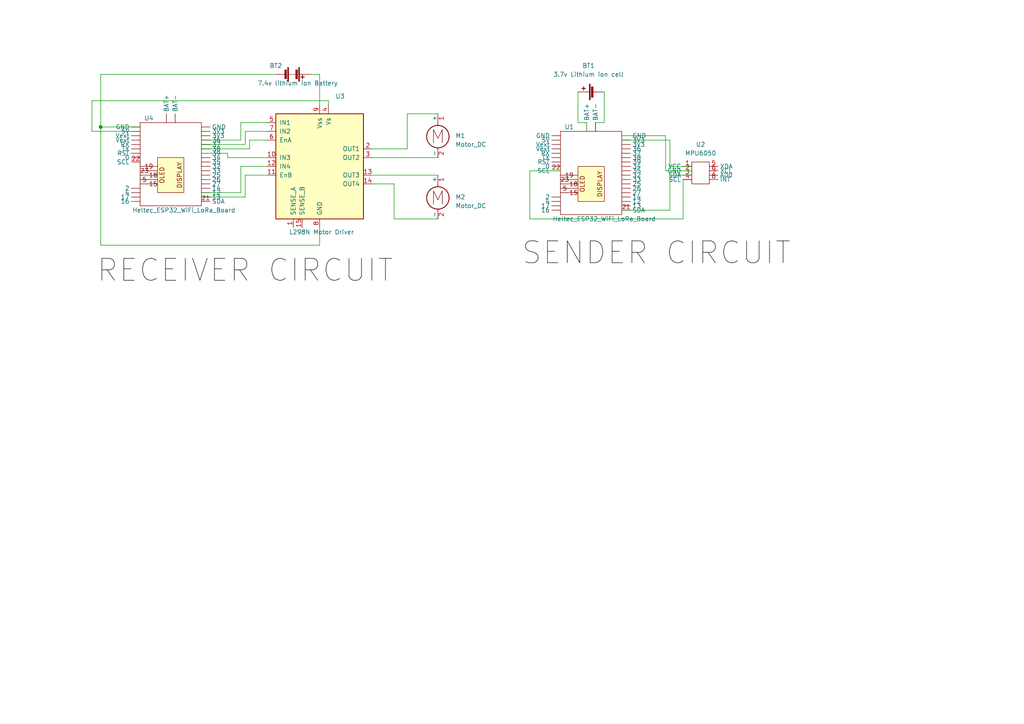
<source format=kicad_sch>
(kicad_sch (version 20211123) (generator eeschema)
  (paper "A4")
  (lib_symbols
    (symbol "Device:Battery" (pin_numbers hide) (pin_names (offset 0) hide)
      (property "Reference" "BT" (at 2.54 2.54 0))
      (property "Value" "Battery" (at 2.54 0 0))
      (symbol "Battery_0_1"
        (rectangle (start -2.032 -1.397) (end 2.032 -1.651) (fill (type outline)))
        (rectangle (start -2.032 1.778) (end 2.032 1.524) (fill (type outline)))
        (rectangle (start -1.3208 -1.9812) (end 1.27 -2.4892) (fill (type outline)))
        (rectangle (start -1.3208 1.1938) (end 1.27 0.6858) (fill (type outline)))
        (polyline (pts (xy 0 -1.524) (xy 0 -1.27)))
        (polyline (pts (xy 0 -1.016) (xy 0 -0.762)))
        (polyline (pts (xy 0 -0.508) (xy 0 -0.254)))
        (polyline (pts (xy 0 0) (xy 0 0.254)))
        (polyline (pts (xy 0 0.508) (xy 0 0.762)))
        (polyline (pts (xy 0 1.778) (xy 0 2.54)))
        (polyline (pts (xy 0.254 2.667) (xy 1.27 2.667)) (stroke (width 0.254)))
        (polyline (pts (xy 0.762 3.175) (xy 0.762 2.159)) (stroke (width 0.254)))
      )
      (symbol "Battery_1_1"
        (pin passive line (at 0 5.08 270) (length 2.54) (name "+") (number "1"))
        (pin passive line (at 0 -5.08 90) (length 2.54) (name "-") (number "2"))
      )
    )
    (symbol "Device:Battery_Cell" (pin_numbers hide) (pin_names (offset 0) hide)
      (property "Reference" "BT" (at 2.54 2.54 0))
      (property "Value" "Battery_Cell" (at 2.54 0 0))
      (symbol "Battery_Cell_0_1"
        (rectangle (start -2.286 1.778) (end 2.286 1.524) (fill (type outline)))
        (rectangle (start -1.5748 1.1938) (end 1.4732 0.6858) (fill (type outline)))
        (polyline (pts (xy 0 0.762) (xy 0 0)))
        (polyline (pts (xy 0 1.778) (xy 0 2.54)))
        (polyline (pts (xy 0.508 3.429) (xy 1.524 3.429)) (stroke (width 0.254)))
        (polyline (pts (xy 1.016 3.937) (xy 1.016 2.921)) (stroke (width 0.254)))
      )
      (symbol "Battery_Cell_1_1"
        (pin passive line (at 0 5.08 270) (length 2.54) (name "+") (number "1"))
        (pin passive line (at 0 -2.54 90) (length 2.54) (name "-") (number "2"))
      )
    )
    (symbol "Driver_Motor:L298HN" (pin_names (offset 1.016))
      (property "Reference" "U" (at -10.16 16.51 0))
      (property "Value" "L298HN" (at 12.7 16.51 0))
      (symbol "L298HN_0_1"
        (rectangle (start -12.7 15.24) (end 12.7 -15.24) (stroke (width 0.254)) (fill (type background)))
      )
      (symbol "L298HN_1_1"
        (pin power_in line (at -7.62 -17.78 90) (length 2.54) (name "SENSE_A") (number "1"))
        (pin input line (at -15.24 2.54 0) (length 2.54) (name "IN3") (number "10"))
        (pin input line (at -15.24 -2.54 0) (length 2.54) (name "EnB") (number "11"))
        (pin input line (at -15.24 0 0) (length 2.54) (name "IN4") (number "12"))
        (pin output line (at 15.24 -2.54 180) (length 2.54) (name "OUT3") (number "13"))
        (pin output line (at 15.24 -5.08 180) (length 2.54) (name "OUT4") (number "14"))
        (pin power_in line (at -5.08 -17.78 90) (length 2.54) (name "SENSE_B") (number "15"))
        (pin output line (at 15.24 5.08 180) (length 2.54) (name "OUT1") (number "2"))
        (pin output line (at 15.24 2.54 180) (length 2.54) (name "OUT2") (number "3"))
        (pin power_in line (at 2.54 17.78 270) (length 2.54) (name "Vs") (number "4"))
        (pin input line (at -15.24 12.7 0) (length 2.54) (name "IN1") (number "5"))
        (pin input line (at -15.24 7.62 0) (length 2.54) (name "EnA") (number "6"))
        (pin input line (at -15.24 10.16 0) (length 2.54) (name "IN2") (number "7"))
        (pin power_in line (at 0 -17.78 90) (length 2.54) (name "GND") (number "8"))
        (pin power_in line (at 0 17.78 270) (length 2.54) (name "Vss") (number "9"))
      )
    )
    (symbol "Heltec ESP32 WIFI LoRa Board:Heltec_ESP32_WiFi_LoRa_Board"
      (property "Reference" "U" (at 0 0 0))
      (property "Value" "Heltec_ESP32_WiFi_LoRa_Board" (at 8.89 -15.24 0))
      (symbol "Heltec_ESP32_WiFi_LoRa_Board_0_0"
        (polyline (pts (xy -8.89 -7.62) (xy -3.81 -7.62)))
        (polyline (pts (xy -8.89 -6.35) (xy -3.81 -6.35)))
        (polyline (pts (xy -8.89 -5.08) (xy -3.81 -5.08)))
        (polyline (pts (xy -8.89 -3.81) (xy -3.81 -3.81)))
        (polyline (pts (xy -8.89 -2.54) (xy -3.81 -2.54)))
        (text "" (at -10.16 8.89 0) (effects (font (size 1.27 1.27))))
        (text "" (at 10.16 -12.7 0) (effects (font (size 1.27 1.27))))
        (text "15" (at -5.08 -7.62 0) (effects (font (size 1.27 1.27))))
        (text "18" (at -5.08 -5.08 0) (effects (font (size 1.27 1.27))))
        (text "19" (at -6.35 -2.54 0) (effects (font (size 1.27 1.27))))
        (text "23" (at -7.62 -3.81 0) (effects (font (size 1.27 1.27))))
        (text "5" (at -7.62 -6.35 0) (effects (font (size 1.27 1.27))))
        (text "DISPLAY" (at 2.54 -5.08 900) (effects (font (size 1.27 1.27))))
        (text "OLED" (at -2.54 -5.08 900) (effects (font (size 1.27 1.27))))
      )
      (symbol "Heltec_ESP32_WiFi_LoRa_Board_0_1"
        (rectangle (start -3.81 0) (end 3.81 -10.16) (fill (type background)))
        (polyline (pts (xy -8.89 10.16) (xy -1.27 10.16)))
        (polyline (pts (xy -1.27 10.16) (xy 8.89 10.16) (xy 8.89 -13.97) (xy -8.89 -13.97) (xy -8.89 10.16)))
      )
      (symbol "Heltec_ESP32_WiFi_LoRa_Board_1_1"
        (pin input line (at -8.89 0 180) (length 2.54) (name "0") (number ""))
        (pin input line (at 8.89 -10.16 0) (length 2.54) (name "12") (number ""))
        (pin input line (at 8.89 -11.43 0) (length 2.54) (name "13") (number ""))
        (pin input line (at 8.89 -8.89 0) (length 2.54) (name "14") (number ""))
        (pin input line (at -8.89 -12.7 180) (length 2.54) (name "16") (number ""))
        (pin input line (at -8.89 -11.43 180) (length 2.54) (name "17") (number ""))
        (pin input line (at -8.89 -8.89 180) (length 2.54) (name "2") (number ""))
        (pin input line (at 8.89 -5.08 0) (length 2.54) (name "25") (number ""))
        (pin input line (at 8.89 -6.35 0) (length 2.54) (name "26") (number ""))
        (pin input line (at 8.89 -7.62 0) (length 2.54) (name "27") (number ""))
        (pin input line (at 8.89 -2.54 0) (length 2.54) (name "32") (number ""))
        (pin input line (at 8.89 -3.81 0) (length 2.54) (name "33") (number ""))
        (pin input line (at 8.89 0 0) (length 2.54) (name "34") (number ""))
        (pin input line (at 8.89 -1.27 0) (length 2.54) (name "35") (number ""))
        (pin input line (at 8.89 5.08 0) (length 2.54) (name "36") (number ""))
        (pin input line (at 8.89 3.81 0) (length 2.54) (name "37") (number ""))
        (pin input line (at 8.89 2.54 0) (length 2.54) (name "38") (number ""))
        (pin input line (at 8.89 1.27 0) (length 2.54) (name "39") (number ""))
        (pin input line (at 8.89 6.35 0) (length 2.54) (name "3V3") (number ""))
        (pin input line (at 8.89 7.62 0) (length 2.54) (name "3V3") (number ""))
        (pin input line (at -8.89 -10.16 180) (length 2.54) (name "4") (number ""))
        (pin input line (at -8.89 7.62 180) (length 2.54) (name "5V") (number ""))
        (pin input line (at -1.27 10.16 90) (length 2.54) (name "BAT+") (number ""))
        (pin input line (at 1.27 10.16 90) (length 2.54) (name "BAT-") (number ""))
        (pin input line (at -8.89 8.89 180) (length 2.54) (name "GND") (number ""))
        (pin input line (at 8.89 8.89 0) (length 2.54) (name "GND") (number ""))
        (pin input line (at -8.89 1.27 180) (length 2.54) (name "RST") (number ""))
        (pin input line (at -8.89 3.81 180) (length 2.54) (name "RX") (number ""))
        (pin input line (at -8.89 2.54 180) (length 2.54) (name "TX") (number ""))
        (pin input line (at -8.89 5.08 180) (length 2.54) (name "Vext") (number ""))
        (pin input line (at -8.89 6.35 180) (length 2.54) (name "Vext") (number ""))
        (pin input line (at 8.89 -12.7 0) (length 2.54) (name "SDA") (number "21"))
        (pin input line (at -8.89 -1.27 180) (length 2.54) (name "SCL") (number "22"))
      )
    )
    (symbol "Heltec ESP32 WIFI LoRa Board:MPU6050"
      (property "Reference" "U" (at -1.27 6.35 0))
      (property "Value" "MPU6050" (at 0 -2.54 0))
      (symbol "MPU6050_0_1"
        (rectangle (start 2.54 -1.27) (end -2.54 5.08))
      )
      (symbol "MPU6050_1_1"
        (pin input line (at -2.54 3.81 180) (length 2.54) (name "VCC") (number "1"))
        (pin input line (at -2.54 2.54 180) (length 2.54) (name "GND") (number "2"))
        (pin input line (at -2.54 1.27 180) (length 2.54) (name "SDA") (number "3"))
        (pin input line (at -2.54 0 180) (length 2.54) (name "SCL") (number "4"))
        (pin input line (at 2.54 3.81 0) (length 2.54) (name "XDA") (number "5"))
        (pin input line (at 2.54 2.54 0) (length 2.54) (name "XCL") (number "6"))
        (pin input line (at 2.54 1.27 0) (length 2.54) (name "AD0") (number "7"))
        (pin input line (at 2.54 0 0) (length 2.54) (name "INT") (number "8"))
      )
    )
    (symbol "Motor:Motor_DC" (pin_names (offset 0))
      (property "Reference" "M" (at 2.54 2.54 0))
      (property "Value" "Motor_DC" (at 2.54 -5.08 0))
      (symbol "Motor_DC_0_0"
        (polyline (pts (xy -1.27 -3.302) (xy -1.27 0.508) (xy 0 -2.032) (xy 1.27 0.508) (xy 1.27 -3.302)))
      )
      (symbol "Motor_DC_0_1"
        (circle (center 0 -1.524) (radius 3.2512) (stroke (width 0.254)))
        (polyline (pts (xy 0 -7.62) (xy 0 -7.112)))
        (polyline (pts (xy 0 -4.7752) (xy 0 -5.1816)))
        (polyline (pts (xy 0 1.7272) (xy 0 2.0828)))
        (polyline (pts (xy 0 2.032) (xy 0 2.54)))
      )
      (symbol "Motor_DC_1_1"
        (pin passive line (at 0 5.08 270) (length 2.54) (name "+") (number "1"))
        (pin passive line (at 0 -7.62 90) (length 2.54) (name "-") (number "2"))
      )
    )
  )
  (junction (at 29.21 36.83))
  (wire (pts (xy 153.67 49.53) (xy 153.67 63.5)))
  (wire (pts (xy 180.34 40.64) (xy 194.31 40.64)))
  (wire (pts (xy 80.01 21.59) (xy 29.21 21.59)))
  (wire (pts (xy 180.34 60.96) (xy 194.31 60.96)))
  (wire (pts (xy 69.85 55.88) (xy 58.42 55.88)))
  (wire (pts (xy 69.85 48.26) (xy 69.85 55.88)))
  (wire (pts (xy 92.71 21.59) (xy 92.71 30.48)))
  (wire (pts (xy 29.21 36.83) (xy 40.64 36.83)))
  (wire (pts (xy 167.64 35.56) (xy 170.18 35.56)))
  (wire (pts (xy 69.85 35.56) (xy 77.47 35.56)))
  (wire (pts (xy 172.72 35.56) (xy 172.72 38.1)))
  (wire (pts (xy 77.47 48.26) (xy 69.85 48.26)))
  (wire (pts (xy 167.64 26.67) (xy 167.64 35.56)))
  (wire (pts (xy 198.12 63.5) (xy 198.12 52.07)))
  (wire (pts (xy 95.25 29.21) (xy 26.67 29.21)))
  (wire (pts (xy 71.12 38.1) (xy 71.12 41.91)))
  (wire (pts (xy 175.26 35.56) (xy 172.72 35.56)))
  (wire (pts (xy 92.71 71.12) (xy 29.21 71.12)))
  (wire (pts (xy 66.04 44.45) (xy 58.42 44.45)))
  (wire (pts (xy 175.26 26.67) (xy 175.26 35.56)))
  (wire (pts (xy 162.56 49.53) (xy 153.67 49.53)))
  (wire (pts (xy 180.34 39.37) (xy 193.04 39.37)))
  (wire (pts (xy 194.31 60.96) (xy 194.31 50.8)))
  (wire (pts (xy 194.31 48.26) (xy 200.66 48.26)))
  (wire (pts (xy 107.95 45.72) (xy 127 45.72)))
  (wire (pts (xy 26.67 29.21) (xy 26.67 38.1)))
  (wire (pts (xy 193.04 49.53) (xy 200.66 49.53)))
  (wire (pts (xy 118.11 43.18) (xy 118.11 33.02)))
  (wire (pts (xy 72.39 40.64) (xy 72.39 43.18)))
  (wire (pts (xy 77.47 40.64) (xy 72.39 40.64)))
  (wire (pts (xy 127 63.5) (xy 114.3 63.5)))
  (wire (pts (xy 71.12 57.15) (xy 58.42 57.15)))
  (wire (pts (xy 26.67 38.1) (xy 40.64 38.1)))
  (wire (pts (xy 90.17 21.59) (xy 92.71 21.59)))
  (wire (pts (xy 193.04 39.37) (xy 193.04 49.53)))
  (wire (pts (xy 153.67 63.5) (xy 198.12 63.5)))
  (wire (pts (xy 77.47 38.1) (xy 71.12 38.1)))
  (wire (pts (xy 198.12 52.07) (xy 200.66 52.07)))
  (wire (pts (xy 95.25 30.48) (xy 95.25 29.21)))
  (wire (pts (xy 194.31 50.8) (xy 200.66 50.8)))
  (wire (pts (xy 194.31 40.64) (xy 194.31 48.26)))
  (wire (pts (xy 71.12 50.8) (xy 71.12 57.15)))
  (wire (pts (xy 66.04 45.72) (xy 66.04 44.45)))
  (wire (pts (xy 92.71 66.04) (xy 92.71 71.12)))
  (wire (pts (xy 114.3 53.34) (xy 107.95 53.34)))
  (wire (pts (xy 71.12 41.91) (xy 58.42 41.91)))
  (wire (pts (xy 58.42 40.64) (xy 69.85 40.64)))
  (wire (pts (xy 77.47 50.8) (xy 71.12 50.8)))
  (wire (pts (xy 107.95 50.8) (xy 127 50.8)))
  (wire (pts (xy 69.85 40.64) (xy 69.85 35.56)))
  (wire (pts (xy 29.21 21.59) (xy 29.21 36.83)))
  (wire (pts (xy 77.47 45.72) (xy 66.04 45.72)))
  (wire (pts (xy 29.21 71.12) (xy 29.21 36.83)))
  (wire (pts (xy 170.18 35.56) (xy 170.18 38.1)))
  (wire (pts (xy 107.95 43.18) (xy 118.11 43.18)))
  (wire (pts (xy 72.39 43.18) (xy 58.42 43.18)))
  (wire (pts (xy 114.3 63.5) (xy 114.3 53.34)))
  (wire (pts (xy 118.11 33.02) (xy 127 33.02)))
  (label "RECEIVER CIRCUIT" (at 27.94 83.82 0) (effects (font (size 6.35 6.35))))
  (label "SENDER CIRCUIT" (at 151.13 78.74 0) (effects (font (size 6.35 6.35))))
  (symbol (lib_id "Device:Battery") (at 85.09 21.59 270) (unit 1)
    (property "Reference" "BT2" (at 80.01 19.05 90))
    (property "Value" "7.4v lithium ion Battery" (at 86.36 24.13 90))
  )
  (symbol (lib_id "Heltec ESP32 WIFI LoRa Board:Heltec_ESP32_WiFi_LoRa_Board") (at 171.45 48.26 0) (unit 1)
    (property "Reference" "U1" (at 165.1 36.83 0))
    (property "Value" "Heltec_ESP32_WiFi_LoRa_Board" (at 175.26 63.5 0))
  )
  (symbol (lib_id "Motor:Motor_DC") (at 127 38.1 0) (unit 1)
    (property "Reference" "M1" (at 132.08 39.3699 0) (effects (justify left)))
    (property "Value" "Motor_DC" (at 132.08 41.9099 0) (effects (justify left)))
  )
  (symbol (lib_id "Motor:Motor_DC") (at 127 55.88 0) (unit 1)
    (property "Reference" "M2" (at 132.08 57.1499 0) (effects (justify left)))
    (property "Value" "Motor_DC" (at 132.08 59.6899 0) (effects (justify left)))
  )
  (symbol (lib_id "Heltec ESP32 WIFI LoRa Board:Heltec_ESP32_WiFi_LoRa_Board") (at 49.53 45.72 0) (unit 1)
    (property "Reference" "U4" (at 43.18 34.29 0))
    (property "Value" "Heltec_ESP32_WiFi_LoRa_Board" (at 53.34 60.96 0))
  )
  (symbol (lib_id "Driver_Motor:L298HN") (at 92.71 48.26 0) (unit 1)
    (property "Reference" "U3" (at 97.2694 27.94 0) (effects (justify left)))
    (property "Value" "L298N Motor Driver" (at 83.82 67.31 0) (effects (justify left)))
    (property "Footprint" "Package_TO_SOT_THT:TO-220-15_P2.54x2.54mm_StaggerOdd_Lead4.58mm_Vertical" (effects hide))
    (property "Datasheet" "http://www.st.com/st-web-ui/static/active/en/resource/technical/document/datasheet/CD00000240.pdf" (effects hide))
  )
  (symbol (lib_id "Heltec ESP32 WIFI LoRa Board:MPU6050") (at 203.2 52.07 0) (unit 1)
    (property "Reference" "U2" (at 203.2 41.91 0))
    (property "Value" "MPU6050" (at 203.2 44.45 0))
  )
  (symbol (lib_id "Device:Battery_Cell") (at 172.72 26.67 90) (unit 1)
    (property "Reference" "BT1" (at 170.688 19.05 90))
    (property "Value" "3.7v Lithium ion cell" (at 170.688 21.59 90))
  )
)
</source>
